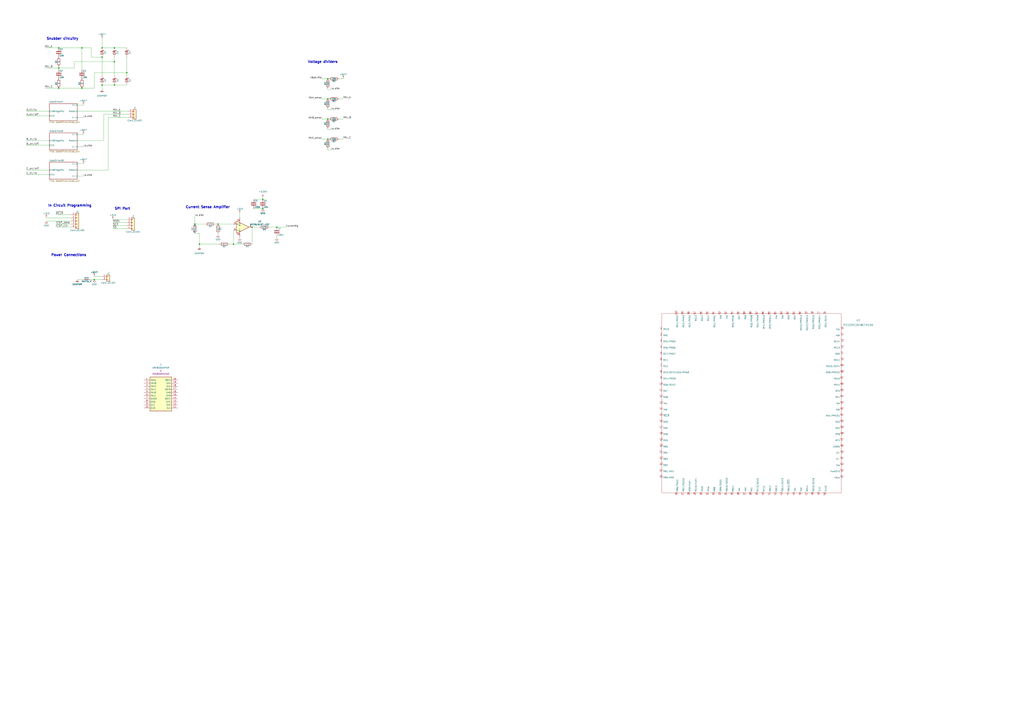
<source format=kicad_sch>
(kicad_sch (version 20211123) (generator eeschema)
  (paper "A1")
  (lib_symbols
    (symbol "AdmiralInstrLib:PIC32MZ2048EFM100" (pin_names (offset 1.016))
      (property "Reference" "U" (at 0 6.35 0))
      (property "Value" "PIC32MZ2048EFM100" (at 0 0 0))
      (symbol "PIC32MZ2048EFM100_0_1"
        (rectangle (start -73.66 69.85) (end 73.66 -77.47))
      )
      (symbol "PIC32MZ2048EFM100_1_1"
        (pin bidirectional line (at -74.93 57.15 0) (length 1.27) (name "RG15") (number "1"))
        (pin bidirectional line (at -74.93 11.43 0) (length 1.27) (name "RG6/SCK2") (number "10"))
        (pin bidirectional line (at -60.96 71.12 270) (length 1.27) (name "RE4/PMD4") (number "100"))
        (pin bidirectional line (at -74.93 6.35 0) (length 1.27) (name "RG7") (number "11"))
        (pin bidirectional line (at -74.93 1.27 0) (length 1.27) (name "RG8") (number "12"))
        (pin bidirectional line (at -74.93 -3.81 0) (length 1.27) (name "Vss") (number "13"))
        (pin bidirectional line (at -74.93 -8.89 0) (length 1.27) (name "Vdd") (number "14"))
        (pin bidirectional line (at -74.93 -13.97 0) (length 1.27) (name "~{MCLR}") (number "15"))
        (pin bidirectional line (at -74.93 -19.05 0) (length 1.27) (name "RG9") (number "16"))
        (pin bidirectional line (at -74.93 -24.13 0) (length 1.27) (name "RA0") (number "17"))
        (pin bidirectional line (at -74.93 -29.21 0) (length 1.27) (name "RE8") (number "18"))
        (pin bidirectional line (at -74.93 -34.29 0) (length 1.27) (name "RE9") (number "19"))
        (pin bidirectional line (at -74.93 52.07 0) (length 1.27) (name "RA5") (number "2"))
        (pin bidirectional line (at -74.93 -39.37 0) (length 1.27) (name "RB5") (number "20"))
        (pin bidirectional line (at -74.93 -44.45 0) (length 1.27) (name "RB4") (number "21"))
        (pin bidirectional line (at -74.93 -49.53 0) (length 1.27) (name "RB3") (number "22"))
        (pin bidirectional line (at -74.93 -54.61 0) (length 1.27) (name "RB2") (number "23"))
        (pin bidirectional line (at -74.93 -59.69 0) (length 1.27) (name "RB1/AN1") (number "24"))
        (pin bidirectional line (at -74.93 -64.77 0) (length 1.27) (name "RB0/AN0") (number "25"))
        (pin bidirectional line (at -60.96 -78.74 90) (length 1.27) (name "RB6/PGEC") (number "26"))
        (pin bidirectional line (at -55.88 -78.74 90) (length 1.27) (name "RB7/PGED2") (number "27"))
        (pin bidirectional line (at -50.8 -78.74 90) (length 1.27) (name "RA9/Vref-") (number "28"))
        (pin bidirectional line (at -45.72 -78.74 90) (length 1.27) (name "RA10/Vref+") (number "29"))
        (pin bidirectional line (at -74.93 46.99 0) (length 1.27) (name "RE5/PMD5") (number "3"))
        (pin bidirectional line (at -40.64 -78.74 90) (length 1.27) (name "AVdd") (number "30"))
        (pin bidirectional line (at -35.56 -78.74 90) (length 1.27) (name "AVss") (number "31"))
        (pin bidirectional line (at -30.48 -78.74 90) (length 1.27) (name "RB8") (number "32"))
        (pin bidirectional line (at -25.4 -78.74 90) (length 1.27) (name "RB9/SDO1") (number "33"))
        (pin bidirectional line (at -20.32 -78.74 90) (length 1.27) (name "RB10/SDO3") (number "34"))
        (pin bidirectional line (at -15.24 -78.74 90) (length 1.27) (name "RB11") (number "35"))
        (pin bidirectional line (at -10.16 -78.74 90) (length 1.27) (name "Vss") (number "36"))
        (pin bidirectional line (at -5.08 -78.74 90) (length 1.27) (name "Vdd") (number "37"))
        (pin bidirectional line (at 0 -78.74 90) (length 1.27) (name "RA1") (number "38"))
        (pin bidirectional line (at 5.08 -78.74 90) (length 1.27) (name "RF13/SCK5") (number "39"))
        (pin bidirectional line (at -74.93 41.91 0) (length 1.27) (name "RE6/PMD6") (number "4"))
        (pin bidirectional line (at 10.16 -78.74 90) (length 1.27) (name "RF12") (number "40"))
        (pin bidirectional line (at 15.24 -78.74 90) (length 1.27) (name "RB12") (number "41"))
        (pin bidirectional line (at 20.32 -78.74 90) (length 1.27) (name "RB13") (number "42"))
        (pin bidirectional line (at 25.4 -78.74 90) (length 1.27) (name "RB14/SCK3") (number "43"))
        (pin bidirectional line (at 30.48 -78.74 90) (length 1.27) (name "RB15/~{SS3}") (number "44"))
        (pin bidirectional line (at 35.56 -78.74 90) (length 1.27) (name "Vss") (number "45"))
        (pin bidirectional line (at 40.64 -78.74 90) (length 1.27) (name "Vdd") (number "46"))
        (pin bidirectional line (at 45.72 -78.74 90) (length 1.27) (name "RD14") (number "47"))
        (pin bidirectional line (at 50.8 -78.74 90) (length 1.27) (name "RD15/SCK6") (number "48"))
        (pin bidirectional line (at 55.88 -78.74 90) (length 1.27) (name "CLKI") (number "49"))
        (pin bidirectional line (at -74.93 36.83 0) (length 1.27) (name "RE7/PMD7") (number "5"))
        (pin bidirectional line (at 60.96 -78.74 90) (length 1.27) (name "CLKO") (number "50"))
        (pin bidirectional line (at 74.93 -64.77 180) (length 1.27) (name "Vbus") (number "51"))
        (pin bidirectional line (at 74.93 -59.69 180) (length 1.27) (name "Vusb3v3") (number "52"))
        (pin bidirectional line (at 74.93 -54.61 180) (length 1.27) (name "Vss") (number "53"))
        (pin bidirectional line (at 74.93 -49.53 180) (length 1.27) (name "D-") (number "54"))
        (pin bidirectional line (at 74.93 -44.45 180) (length 1.27) (name "D+") (number "55"))
        (pin bidirectional line (at 74.93 -39.37 180) (length 1.27) (name "USBid") (number "56"))
        (pin bidirectional line (at 74.93 -34.29 180) (length 1.27) (name "RF2") (number "57"))
        (pin bidirectional line (at 74.93 -29.21 180) (length 1.27) (name "RF8") (number "58"))
        (pin bidirectional line (at 74.93 -24.13 180) (length 1.27) (name "RA2") (number "59"))
        (pin bidirectional line (at -74.93 31.75 0) (length 1.27) (name "RC1") (number "6"))
        (pin bidirectional line (at 74.93 -19.05 180) (length 1.27) (name "RA3") (number "60"))
        (pin bidirectional line (at 74.93 -13.97 180) (length 1.27) (name "RA4/PMCS1") (number "61"))
        (pin bidirectional line (at 74.93 -8.89 180) (length 1.27) (name "Vdd") (number "62"))
        (pin bidirectional line (at 74.93 -3.81 180) (length 1.27) (name "Vss") (number "63"))
        (pin bidirectional line (at 74.93 1.27 180) (length 1.27) (name "RF4") (number "64"))
        (pin bidirectional line (at 74.93 6.35 180) (length 1.27) (name "RF5") (number "65"))
        (pin bidirectional line (at 74.93 11.43 180) (length 1.27) (name "RA14") (number "66"))
        (pin bidirectional line (at 74.93 16.51 180) (length 1.27) (name "RA15") (number "67"))
        (pin bidirectional line (at 74.93 21.59 180) (length 1.27) (name "RD9/PMCS2") (number "68"))
        (pin bidirectional line (at 74.93 26.67 180) (length 1.27) (name "RD10/SCK4") (number "69"))
        (pin bidirectional line (at -74.93 26.67 0) (length 1.27) (name "RC2") (number "7"))
        (pin bidirectional line (at 74.93 31.75 180) (length 1.27) (name "RD11") (number "70"))
        (pin bidirectional line (at 74.93 36.83 180) (length 1.27) (name "RD0") (number "71"))
        (pin bidirectional line (at 74.93 41.91 180) (length 1.27) (name "RC13") (number "72"))
        (pin bidirectional line (at 74.93 46.99 180) (length 1.27) (name "RC14") (number "73"))
        (pin bidirectional line (at 74.93 52.07 180) (length 1.27) (name "Vdd") (number "74"))
        (pin bidirectional line (at 74.93 57.15 180) (length 1.27) (name "Vss") (number "75"))
        (pin bidirectional line (at 60.96 71.12 270) (length 1.27) (name "RD1/SCK1") (number "76"))
        (pin bidirectional line (at 55.88 71.12 270) (length 1.27) (name "RD2/PMD14") (number "77"))
        (pin bidirectional line (at 50.8 71.12 270) (length 1.27) (name "RD3/PMD15") (number "78"))
        (pin bidirectional line (at 45.72 71.12 270) (length 1.27) (name "RD12/PMD12") (number "79"))
        (pin bidirectional line (at -74.93 21.59 0) (length 1.27) (name "RC3/REFCLK03/PMWR") (number "8"))
        (pin bidirectional line (at 40.64 71.12 270) (length 1.27) (name "RD13/PMD13") (number "80"))
        (pin bidirectional line (at 35.56 71.12 270) (length 1.27) (name "RD4") (number "81"))
        (pin bidirectional line (at 30.48 71.12 270) (length 1.27) (name "RD5") (number "82"))
        (pin bidirectional line (at 25.4 71.12 270) (length 1.27) (name "Vdd") (number "83"))
        (pin bidirectional line (at 20.32 71.12 270) (length 1.27) (name "Vss") (number "84"))
        (pin bidirectional line (at 15.24 71.12 270) (length 1.27) (name "RF0/PMD11") (number "85"))
        (pin bidirectional line (at 10.16 71.12 270) (length 1.27) (name "RF1/PMD10") (number "86"))
        (pin bidirectional line (at 5.08 71.12 270) (length 1.27) (name "RG1/PMD9") (number "87"))
        (pin bidirectional line (at 0 71.12 270) (length 1.27) (name "RG0/PMD8") (number "88"))
        (pin bidirectional line (at -5.08 71.12 270) (length 1.27) (name "RA6") (number "89"))
        (pin bidirectional line (at -74.93 16.51 0) (length 1.27) (name "RC4/PMRD") (number "9"))
        (pin bidirectional line (at -10.16 71.12 270) (length 1.27) (name "RA7") (number "90"))
        (pin bidirectional line (at -15.24 71.12 270) (length 1.27) (name "RE0/PMD0") (number "91"))
        (pin bidirectional line (at -20.32 71.12 270) (length 1.27) (name "Vss") (number "92"))
        (pin bidirectional line (at -25.4 71.12 270) (length 1.27) (name "Vdd") (number "93"))
        (pin bidirectional line (at -30.48 71.12 270) (length 1.27) (name "RE1/PMD1") (number "94"))
        (pin bidirectional line (at -35.56 71.12 270) (length 1.27) (name "RG14") (number "95"))
        (pin bidirectional line (at -40.64 71.12 270) (length 1.27) (name "RG12") (number "96"))
        (pin bidirectional line (at -45.72 71.12 270) (length 1.27) (name "RG13") (number "97"))
        (pin bidirectional line (at -50.8 71.12 270) (length 1.27) (name "RE2/PMD2") (number "98"))
        (pin bidirectional line (at -55.88 71.12 270) (length 1.27) (name "RE3/PMD3") (number "99"))
      )
    )
    (symbol "Amplifier_Operational:MCP6L91RT-EOT" (pin_names (offset 0.127))
      (property "Reference" "U" (at 0 5.08 0))
      (property "Value" "MCP6L91RT-EOT" (at 0 -5.08 0))
      (symbol "MCP6L91RT-EOT_0_1"
        (polyline (pts (xy -5.08 5.08) (xy 5.08 0) (xy -5.08 -5.08) (xy -5.08 5.08)) (stroke (width 0.254)) (fill (type background)))
        (pin power_in line (at -2.54 7.62 270) (length 3.81) (name "V+") (number "2"))
        (pin power_in line (at -2.54 -7.62 90) (length 3.81) (name "V-") (number "5"))
      )
      (symbol "MCP6L91RT-EOT_1_1"
        (pin output line (at 7.62 0 180) (length 2.54) (name "~") (number "1"))
        (pin input line (at -7.62 2.54 0) (length 2.54) (name "+") (number "3"))
        (pin input line (at -7.62 -2.54 0) (length 2.54) (name "-") (number "4"))
      )
    )
    (symbol "Connector_Generic:Conn_01x02" (pin_names (offset 1.016) hide)
      (property "Reference" "J" (at 0 2.54 0))
      (property "Value" "Conn_01x02" (at 0 -5.08 0))
      (symbol "Conn_01x02_1_1"
        (rectangle (start -1.27 -2.413) (end 0 -2.667) (stroke (width 0.1524)))
        (rectangle (start -1.27 0.127) (end 0 -0.127) (stroke (width 0.1524)))
        (rectangle (start -1.27 1.27) (end 1.27 -3.81) (stroke (width 0.254)) (fill (type background)))
        (pin passive line (at -5.08 0 0) (length 3.81) (name "Pin_1") (number "1"))
        (pin passive line (at -5.08 -2.54 0) (length 3.81) (name "Pin_2") (number "2"))
      )
    )
    (symbol "Connector_Generic:Conn_01x03" (pin_names (offset 1.016) hide)
      (property "Reference" "J" (at 0 5.08 0))
      (property "Value" "Conn_01x03" (at 0 -5.08 0))
      (symbol "Conn_01x03_1_1"
        (rectangle (start -1.27 -2.413) (end 0 -2.667) (stroke (width 0.1524)))
        (rectangle (start -1.27 0.127) (end 0 -0.127) (stroke (width 0.1524)))
        (rectangle (start -1.27 2.667) (end 0 2.413) (stroke (width 0.1524)))
        (rectangle (start -1.27 3.81) (end 1.27 -3.81) (stroke (width 0.254)) (fill (type background)))
        (pin passive line (at -5.08 2.54 0) (length 3.81) (name "Pin_1") (number "1"))
        (pin passive line (at -5.08 0 0) (length 3.81) (name "Pin_2") (number "2"))
        (pin passive line (at -5.08 -2.54 0) (length 3.81) (name "Pin_3") (number "3"))
      )
    )
    (symbol "Connector_Generic:Conn_01x04" (pin_names (offset 1.016) hide)
      (property "Reference" "J" (at 0 5.08 0))
      (property "Value" "Conn_01x04" (at 0 -7.62 0))
      (symbol "Conn_01x04_1_1"
        (rectangle (start -1.27 -4.953) (end 0 -5.207) (stroke (width 0.1524)))
        (rectangle (start -1.27 -2.413) (end 0 -2.667) (stroke (width 0.1524)))
        (rectangle (start -1.27 0.127) (end 0 -0.127) (stroke (width 0.1524)))
        (rectangle (start -1.27 2.667) (end 0 2.413) (stroke (width 0.1524)))
        (rectangle (start -1.27 3.81) (end 1.27 -6.35) (stroke (width 0.254)) (fill (type background)))
        (pin passive line (at -5.08 2.54 0) (length 3.81) (name "Pin_1") (number "1"))
        (pin passive line (at -5.08 0 0) (length 3.81) (name "Pin_2") (number "2"))
        (pin passive line (at -5.08 -2.54 0) (length 3.81) (name "Pin_3") (number "3"))
        (pin passive line (at -5.08 -5.08 0) (length 3.81) (name "Pin_4") (number "4"))
      )
    )
    (symbol "Connector_Generic:Conn_01x05" (pin_names (offset 1.016) hide)
      (property "Reference" "J" (at 0 7.62 0))
      (property "Value" "Conn_01x05" (at 0 -7.62 0))
      (symbol "Conn_01x05_1_1"
        (rectangle (start -1.27 -4.953) (end 0 -5.207) (stroke (width 0.1524)))
        (rectangle (start -1.27 -2.413) (end 0 -2.667) (stroke (width 0.1524)))
        (rectangle (start -1.27 0.127) (end 0 -0.127) (stroke (width 0.1524)))
        (rectangle (start -1.27 2.667) (end 0 2.413) (stroke (width 0.1524)))
        (rectangle (start -1.27 5.207) (end 0 4.953) (stroke (width 0.1524)))
        (rectangle (start -1.27 6.35) (end 1.27 -6.35) (stroke (width 0.254)) (fill (type background)))
        (pin passive line (at -5.08 5.08 0) (length 3.81) (name "Pin_1") (number "1"))
        (pin passive line (at -5.08 2.54 0) (length 3.81) (name "Pin_2") (number "2"))
        (pin passive line (at -5.08 0 0) (length 3.81) (name "Pin_3") (number "3"))
        (pin passive line (at -5.08 -2.54 0) (length 3.81) (name "Pin_4") (number "4"))
        (pin passive line (at -5.08 -5.08 0) (length 3.81) (name "Pin_5") (number "5"))
      )
    )
    (symbol "DRV8300N:DRV8300NPWR"
      (property "Value" "DRV8300NPWR" (at 0 0 0))
      (property "Reference_1" "IC" (at 24.13 7.62 0))
      (property "Value_1" "DRV8300NPWR" (at 24.13 5.08 0))
      (symbol "DRV8300NPWR_1_1"
        (rectangle (start 5.08 2.54) (end 22.86 -25.4) (stroke (width 0.254)) (fill (type background)))
        (pin passive line (at 0 0 0) (length 5.08) (name "INHA") (number "1"))
        (pin passive line (at 0 -22.86 0) (length 5.08) (name "GLB") (number "10"))
        (pin passive line (at 27.94 -22.86 180) (length 5.08) (name "GLA") (number "11"))
        (pin passive line (at 27.94 -20.32 180) (length 5.08) (name "SHC") (number "12"))
        (pin passive line (at 27.94 -17.78 180) (length 5.08) (name "GHC") (number "13"))
        (pin passive line (at 27.94 -15.24 180) (length 5.08) (name "BSTC") (number "14"))
        (pin passive line (at 27.94 -12.7 180) (length 5.08) (name "SHB") (number "15"))
        (pin passive line (at 27.94 -10.16 180) (length 5.08) (name "GHB") (number "16"))
        (pin passive line (at 27.94 -7.62 180) (length 5.08) (name "BSTB") (number "17"))
        (pin passive line (at 27.94 -5.08 180) (length 5.08) (name "SHA") (number "18"))
        (pin passive line (at 27.94 -2.54 180) (length 5.08) (name "GHA") (number "19"))
        (pin passive line (at 0 -2.54 0) (length 5.08) (name "INHB") (number "2"))
        (pin passive line (at 27.94 0 180) (length 5.08) (name "BSTA") (number "20"))
        (pin passive line (at 0 -5.08 0) (length 5.08) (name "INHC") (number "3"))
        (pin passive line (at 0 -7.62 0) (length 5.08) (name "INLA") (number "4"))
        (pin passive line (at 0 -10.16 0) (length 5.08) (name "INLB") (number "5"))
        (pin passive line (at 0 -12.7 0) (length 5.08) (name "INLC") (number "6"))
        (pin passive line (at 0 -15.24 0) (length 5.08) (name "GVDD") (number "7"))
        (pin passive line (at 0 -17.78 0) (length 5.08) (name "GND") (number "8"))
        (pin passive line (at 0 -20.32 0) (length 5.08) (name "GLC") (number "9"))
      )
    )
    (symbol "Device:C" (pin_numbers hide) (pin_names (offset 0.254))
      (property "Reference" "C" (at 0.635 2.54 0))
      (property "Value" "C" (at 0.635 -2.54 0))
      (symbol "C_0_1"
        (polyline (pts (xy -2.032 -0.762) (xy 2.032 -0.762)) (stroke (width 0.508)))
        (polyline (pts (xy -2.032 0.762) (xy 2.032 0.762)) (stroke (width 0.508)))
      )
      (symbol "C_1_1"
        (pin passive line (at 0 3.81 270) (length 2.794) (name "~") (number "1"))
        (pin passive line (at 0 -3.81 90) (length 2.794) (name "~") (number "2"))
      )
    )
    (symbol "Device:D_Schottky" (pin_numbers hide) (pin_names (offset 1.016) hide)
      (property "Reference" "D" (at 0 2.54 0))
      (property "Value" "D_Schottky" (at 0 -2.54 0))
      (symbol "D_Schottky_0_1"
        (polyline (pts (xy 1.27 0) (xy -1.27 0)))
        (polyline (pts (xy 1.27 1.27) (xy 1.27 -1.27) (xy -1.27 0) (xy 1.27 1.27)) (stroke (width 0.254)))
        (polyline (pts (xy -1.905 0.635) (xy -1.905 1.27) (xy -1.27 1.27) (xy -1.27 -1.27) (xy -0.635 -1.27) (xy -0.635 -0.635)) (stroke (width 0.254)))
      )
      (symbol "D_Schottky_1_1"
        (pin passive line (at -3.81 0 0) (length 2.54) (name "K") (number "1"))
        (pin passive line (at 3.81 0 180) (length 2.54) (name "A") (number "2"))
      )
    )
    (symbol "Device:NetTie_2" (pin_numbers hide) (pin_names (offset 0) hide)
      (property "Reference" "NT" (at 0 1.27 0))
      (property "Value" "NetTie_2" (at 0 -1.27 0))
      (symbol "NetTie_2_0_1"
        (polyline (pts (xy -1.27 0) (xy 1.27 0)) (stroke (width 0.254)))
      )
      (symbol "NetTie_2_1_1"
        (pin passive line (at -2.54 0 0) (length 2.54) (name "1") (number "1"))
        (pin passive line (at 2.54 0 180) (length 2.54) (name "2") (number "2"))
      )
    )
    (symbol "Device:R" (pin_numbers hide) (pin_names (offset 0))
      (property "Reference" "R" (at 2.032 0 90))
      (property "Value" "R" (at 0 0 90))
      (symbol "R_0_1"
        (rectangle (start -1.016 -2.54) (end 1.016 2.54) (stroke (width 0.254)))
      )
      (symbol "R_1_1"
        (pin passive line (at 0 3.81 270) (length 1.27) (name "~") (number "1"))
        (pin passive line (at 0 -3.81 90) (length 1.27) (name "~") (number "2"))
      )
    )
    (symbol "power:+3.3V" (power) (pin_names (offset 0))
      (property "Value" "+3.3V" (at 0 3.556 0))
      (symbol "+3.3V_0_1"
        (polyline (pts (xy -0.762 1.27) (xy 0 2.54)))
        (polyline (pts (xy 0 0) (xy 0 2.54)))
        (polyline (pts (xy 0 2.54) (xy 0.762 1.27)))
      )
      (symbol "+3.3V_1_1"
        (pin power_in line (at 0 0 90) (length 0) hide (name "+3V3") (number "1"))
      )
    )
    (symbol "power:+3.3VA" (power) (pin_names (offset 0))
      (property "Value" "+3.3VA" (at 0 3.556 0))
      (symbol "+3.3VA_0_1"
        (polyline (pts (xy -0.762 1.27) (xy 0 2.54)))
        (polyline (pts (xy 0 0) (xy 0 2.54)))
        (polyline (pts (xy 0 2.54) (xy 0.762 1.27)))
      )
      (symbol "+3.3VA_1_1"
        (pin power_in line (at 0 0 90) (length 0) hide (name "+3.3VA") (number "1"))
      )
    )
    (symbol "power:+BATT" (power) (pin_names (offset 0))
      (property "Value" "+BATT" (at 0 3.556 0))
      (symbol "+BATT_0_1"
        (polyline (pts (xy -0.762 1.27) (xy 0 2.54)))
        (polyline (pts (xy 0 0) (xy 0 2.54)))
        (polyline (pts (xy 0 2.54) (xy 0.762 1.27)))
      )
      (symbol "+BATT_1_1"
        (pin power_in line (at 0 0 90) (length 0) hide (name "+BATT") (number "1"))
      )
    )
    (symbol "power:GND" (power) (pin_names (offset 0))
      (property "Value" "GND" (at 0 -3.81 0))
      (symbol "GND_0_1"
        (polyline (pts (xy 0 0) (xy 0 -1.27) (xy 1.27 -1.27) (xy 0 -2.54) (xy -1.27 -1.27) (xy 0 -1.27)))
      )
      (symbol "GND_1_1"
        (pin power_in line (at 0 0 270) (length 0) hide (name "GND") (number "1"))
      )
    )
    (symbol "power:GNDPWR" (power) (pin_names (offset 0))
      (property "Value" "GNDPWR" (at 0 -3.302 0))
      (symbol "GNDPWR_0_1"
        (polyline (pts (xy 0 -1.27) (xy 0 0)))
        (polyline (pts (xy -1.016 -1.27) (xy -1.27 -2.032) (xy -1.27 -2.032)) (stroke (width 0.2032)))
        (polyline (pts (xy -0.508 -1.27) (xy -0.762 -2.032) (xy -0.762 -2.032)) (stroke (width 0.2032)))
        (polyline (pts (xy 0 -1.27) (xy -0.254 -2.032) (xy -0.254 -2.032)) (stroke (width 0.2032)))
        (polyline (pts (xy 0.508 -1.27) (xy 0.254 -2.032) (xy 0.254 -2.032)) (stroke (width 0.2032)))
        (polyline (pts (xy 1.016 -1.27) (xy -1.016 -1.27) (xy -1.016 -1.27)) (stroke (width 0.2032)))
        (polyline (pts (xy 1.016 -1.27) (xy 0.762 -2.032) (xy 0.762 -2.032) (xy 0.762 -2.032)) (stroke (width 0.2032)))
      )
      (symbol "GNDPWR_1_1"
        (pin power_in line (at 0 0 270) (length 0) hide (name "GNDPWR") (number "1"))
      )
    )
  )
  (junction (at 269.24 81.28))
  (junction (at 191.77 200.66))
  (junction (at 215.9 171.45))
  (junction (at 48.26 39.37))
  (junction (at 93.98 39.37))
  (junction (at 83.82 46.99))
  (junction (at 93.98 50.8))
  (junction (at 48.26 72.39))
  (junction (at 67.31 72.39))
  (junction (at 104.14 59.69))
  (junction (at 207.01 186.69))
  (junction (at 227.33 186.69))
  (junction (at 163.83 200.66))
  (junction (at 215.9 163.83))
  (junction (at 269.24 114.3))
  (junction (at 67.31 39.37))
  (junction (at 179.07 184.15))
  (junction (at 77.47 229.87))
  (junction (at 269.24 64.77))
  (junction (at 93.98 69.85))
  (junction (at 83.82 69.85))
  (junction (at 48.26 55.88))
  (junction (at 83.82 39.37))
  (junction (at 269.24 97.79))
  (junction (at 160.02 184.15))
  (wire (pts (xy 278.13 81.28) (xy 281.94 81.28)))
  (wire (pts (xy 63.5 110.49) (xy 68.58 110.49)))
  (wire (pts (xy 269.24 88.9) (xy 269.24 90.17)))
  (wire (pts (xy 74.93 46.99) (xy 83.82 46.99)))
  (wire (pts (xy 63.5 139.7) (xy 88.9 139.7)))
  (wire (pts (xy 58.42 184.15) (xy 45.72 184.15)))
  (wire (pts (xy 278.13 64.77) (xy 281.94 64.77)))
  (wire (pts (xy 264.16 64.77) (xy 269.24 64.77)))
  (wire (pts (xy 21.59 91.44) (xy 40.64 91.44)))
  (wire (pts (xy 191.77 189.23) (xy 191.77 200.66)))
  (wire (pts (xy 48.26 55.88) (xy 36.83 55.88)))
  (wire (pts (xy 92.71 180.34) (xy 104.14 180.34)))
  (wire (pts (xy 63.5 144.78) (xy 68.58 144.78)))
  (wire (pts (xy 85.09 93.98) (xy 105.41 93.98)))
  (wire (pts (xy 269.24 121.92) (xy 269.24 123.19)))
  (wire (pts (xy 269.24 73.66) (xy 271.78 73.66)))
  (wire (pts (xy 264.16 97.79) (xy 269.24 97.79)))
  (wire (pts (xy 269.24 90.17) (xy 271.78 90.17)))
  (wire (pts (xy 179.07 191.77) (xy 179.07 193.04)))
  (wire (pts (xy 83.82 39.37) (xy 93.98 39.37)))
  (wire (pts (xy 88.9 139.7) (xy 88.9 96.52)))
  (wire (pts (xy 40.64 95.25) (xy 21.59 95.25)))
  (wire (pts (xy 104.14 46.99) (xy 104.14 59.69)))
  (wire (pts (xy 48.26 39.37) (xy 67.31 39.37)))
  (wire (pts (xy 104.14 187.96) (xy 92.71 187.96)))
  (wire (pts (xy 220.98 186.69) (xy 227.33 186.69)))
  (wire (pts (xy 74.93 39.37) (xy 74.93 46.99)))
  (wire (pts (xy 58.42 181.61) (xy 38.1 181.61)))
  (wire (pts (xy 264.16 114.3) (xy 269.24 114.3)))
  (wire (pts (xy 269.24 105.41) (xy 269.24 106.68)))
  (wire (pts (xy 58.42 176.53) (xy 45.72 176.53)))
  (wire (pts (xy 208.28 163.83) (xy 215.9 163.83)))
  (wire (pts (xy 67.31 39.37) (xy 74.93 39.37)))
  (wire (pts (xy 63.5 229.87) (xy 68.58 229.87)))
  (wire (pts (xy 163.83 191.77) (xy 160.02 191.77)))
  (wire (pts (xy 21.59 139.7) (xy 40.64 139.7)))
  (wire (pts (xy 278.13 114.3) (xy 281.94 114.3)))
  (wire (pts (xy 83.82 31.75) (xy 83.82 39.37)))
  (wire (pts (xy 48.26 54.61) (xy 48.26 55.88)))
  (wire (pts (xy 73.66 229.87) (xy 77.47 229.87)))
  (wire (pts (xy 48.26 72.39) (xy 67.31 72.39)))
  (wire (pts (xy 196.85 194.31) (xy 196.85 195.58)))
  (wire (pts (xy 83.82 69.85) (xy 83.82 73.66)))
  (wire (pts (xy 269.24 114.3) (xy 270.51 114.3)))
  (wire (pts (xy 21.59 143.51) (xy 40.64 143.51)))
  (wire (pts (xy 163.83 200.66) (xy 163.83 191.77)))
  (wire (pts (xy 104.14 59.69) (xy 104.14 62.23)))
  (wire (pts (xy 227.33 194.31) (xy 227.33 195.58)))
  (wire (pts (xy 179.07 184.15) (xy 191.77 184.15)))
  (wire (pts (xy 180.34 200.66) (xy 163.83 200.66)))
  (wire (pts (xy 93.98 50.8) (xy 93.98 62.23)))
  (wire (pts (xy 77.47 227.33) (xy 83.82 227.33)))
  (wire (pts (xy 93.98 46.99) (xy 93.98 50.8)))
  (wire (pts (xy 67.31 39.37) (xy 67.31 57.15)))
  (wire (pts (xy 21.59 119.38) (xy 40.64 119.38)))
  (wire (pts (xy 63.5 120.65) (xy 68.58 120.65)))
  (wire (pts (xy 269.24 97.79) (xy 270.51 97.79)))
  (wire (pts (xy 207.01 186.69) (xy 207.01 200.66)))
  (wire (pts (xy 278.13 97.79) (xy 281.94 97.79)))
  (wire (pts (xy 187.96 200.66) (xy 191.77 200.66)))
  (wire (pts (xy 93.98 69.85) (xy 104.14 69.85)))
  (wire (pts (xy 269.24 81.28) (xy 270.51 81.28)))
  (wire (pts (xy 58.42 179.07) (xy 38.1 179.07)))
  (wire (pts (xy 92.71 185.42) (xy 104.14 185.42)))
  (wire (pts (xy 60.96 50.8) (xy 93.98 50.8)))
  (wire (pts (xy 36.83 72.39) (xy 48.26 72.39)))
  (wire (pts (xy 77.47 72.39) (xy 77.47 59.69)))
  (wire (pts (xy 63.5 96.52) (xy 68.58 96.52)))
  (wire (pts (xy 269.24 106.68) (xy 271.78 106.68)))
  (wire (pts (xy 85.09 115.57) (xy 85.09 93.98)))
  (wire (pts (xy 207.01 186.69) (xy 213.36 186.69)))
  (wire (pts (xy 160.02 177.8) (xy 160.02 184.15)))
  (wire (pts (xy 160.02 184.15) (xy 168.91 184.15)))
  (wire (pts (xy 63.5 134.62) (xy 68.58 134.62)))
  (wire (pts (xy 191.77 200.66) (xy 199.39 200.66)))
  (wire (pts (xy 63.5 91.44) (xy 105.41 91.44)))
  (wire (pts (xy 83.82 229.87) (xy 77.47 229.87)))
  (wire (pts (xy 269.24 64.77) (xy 270.51 64.77)))
  (wire (pts (xy 215.9 162.56) (xy 215.9 163.83)))
  (wire (pts (xy 227.33 186.69) (xy 234.95 186.69)))
  (wire (pts (xy 208.28 171.45) (xy 215.9 171.45)))
  (wire (pts (xy 60.96 55.88) (xy 60.96 50.8)))
  (wire (pts (xy 163.83 200.66) (xy 163.83 203.2)))
  (wire (pts (xy 21.59 115.57) (xy 40.64 115.57)))
  (wire (pts (xy 269.24 72.39) (xy 269.24 73.66)))
  (wire (pts (xy 176.53 184.15) (xy 179.07 184.15)))
  (wire (pts (xy 83.82 69.85) (xy 93.98 69.85)))
  (wire (pts (xy 196.85 175.26) (xy 196.85 179.07)))
  (wire (pts (xy 83.82 46.99) (xy 83.82 62.23)))
  (wire (pts (xy 36.83 39.37) (xy 48.26 39.37)))
  (wire (pts (xy 93.98 39.37) (xy 104.14 39.37)))
  (wire (pts (xy 104.14 182.88) (xy 92.71 182.88)))
  (wire (pts (xy 63.5 115.57) (xy 85.09 115.57)))
  (wire (pts (xy 63.5 86.36) (xy 68.58 86.36)))
  (wire (pts (xy 88.9 96.52) (xy 105.41 96.52)))
  (wire (pts (xy 48.26 55.88) (xy 60.96 55.88)))
  (wire (pts (xy 48.26 55.88) (xy 48.26 57.15)))
  (wire (pts (xy 58.42 186.69) (xy 45.72 186.69)))
  (wire (pts (xy 67.31 72.39) (xy 77.47 72.39)))
  (wire (pts (xy 77.47 59.69) (xy 104.14 59.69)))
  (wire (pts (xy 264.16 81.28) (xy 269.24 81.28)))
  (wire (pts (xy 269.24 123.19) (xy 271.78 123.19)))
  (text "Current Sense Amplifier" (at 152.4 171.45 0) (effects (font (size 2 2) (thickness 0.4013) bold) (justify left bottom)))
  (text "Voltage dividers" (at 252.73 52.07 0) (effects (font (size 2 2) (thickness 0.4013) bold) (justify left bottom)))
  (text "Snubber circuitry" (at 38.1 33.02 0) (effects (font (size 2 2) (thickness 0.4013) bold) (justify left bottom)))
  (text "SPI Port" (at 93.98 172.72 0) (effects (font (size 2 2) (thickness 0.4013) bold) (justify left bottom)))
  (text "Power Connections" (at 41.91 210.82 0) (effects (font (size 2 2) (thickness 0.4013) bold) (justify left bottom)))
  (text "In Circuit Programming" (at 39.37 170.18 0) (effects (font (size 2 2) (thickness 0.4013) bold) (justify left bottom)))
  (label "A_on/off" (at 21.59 95.25 0) (effects (font (size 1.524 1.524))))
  (label "Mtr_B" (at 92.71 93.98 0) (effects (font (size 1.524 1.524))))
  (label "SCK" (at 92.71 185.42 0) (effects (font (size 1.524 1.524))))
  (label "A_hi/lo" (at 21.59 91.44 0) (effects (font (size 1.524 1.524))))
  (label "VBatt_Mid" (at 264.16 64.77 180))
  (label "Lo_side" (at 271.78 106.68 0))
  (label "Lo_side" (at 271.78 73.66 0))
  (label "Mtr_C" (at 36.83 72.39 0) (effects (font (size 1.524 1.524))))
  (label "Lo_side" (at 68.58 144.78 0))
  (label "Mtr_A" (at 92.71 91.44 0) (effects (font (size 1.524 1.524))))
  (label "Lo_side" (at 271.78 123.19 0))
  (label "Mtr_A" (at 36.83 39.37 0) (effects (font (size 1.524 1.524))))
  (label "ICSP_clk" (at 45.72 186.69 0) (effects (font (size 1.524 1.524))))
  (label "Mtr_C" (at 92.71 96.52 0) (effects (font (size 1.524 1.524))))
  (label "Lo_side" (at 160.02 177.8 0))
  (label "C_hi/lo" (at 21.59 143.51 0) (effects (font (size 1.524 1.524))))
  (label "B_hi/lo" (at 21.59 115.57 0) (effects (font (size 1.524 1.524))))
  (label "CurrentSig" (at 234.95 186.69 0))
  (label "MOSI" (at 92.71 182.88 0) (effects (font (size 1.524 1.524))))
  (label "Mtr_C" (at 281.94 114.3 0) (effects (font (size 1.524 1.524))))
  (label "MtrA_sense" (at 264.16 81.28 180))
  (label "Lo_side" (at 68.58 96.52 0))
  (label "C_on/off" (at 21.59 139.7 0) (effects (font (size 1.524 1.524))))
  (label "Lo_side" (at 271.78 90.17 0))
  (label "Lo_side" (at 68.58 120.65 0))
  (label "~{MCLR}" (at 45.72 176.53 0) (effects (font (size 1.524 1.524))))
  (label "Mtr_B" (at 281.94 97.79 0) (effects (font (size 1.524 1.524))))
  (label "~{SS}" (at 92.71 187.96 0) (effects (font (size 1.524 1.524))))
  (label "Mtr_A" (at 281.94 81.28 0) (effects (font (size 1.524 1.524))))
  (label "ICSP_data" (at 45.72 184.15 0) (effects (font (size 1.524 1.524))))
  (label "MtrB_sense" (at 264.16 97.79 180))
  (label "MtrC_sense" (at 264.16 114.3 180))
  (label "B_on/off" (at 21.59 119.38 0) (effects (font (size 1.524 1.524))))
  (label "Mtr_B" (at 36.83 55.88 0) (effects (font (size 1.524 1.524))))
  (symbol (lib_id "power:GND") (at 215.9 171.45 0) (unit 1)
    (property "Reference" "#PWR?" (effects hide))
    (property "Value" "GND" (at 215.9 175.26 0))
  )
  (symbol (lib_id "Device:R") (at 217.17 186.69 270) (unit 1)
    (property "Reference" "R?" (at 217.17 188.722 90))
    (property "Value" "47k" (at 217.17 186.69 90))
  )
  (symbol (lib_id "Device:D_Schottky") (at 93.98 66.04 270) (unit 1)
    (property "Reference" "D?" (at 96.52 66.04 0))
    (property "Value" "D_Schottky" (effects hide))
    (property "Footprint" "Diodes_SMD:D_0603" (effects hide))
  )
  (symbol (lib_id "Device:R") (at 274.32 97.79 270) (unit 1)
    (property "Reference" "R?" (at 274.32 99.822 90))
    (property "Value" "10k" (at 274.32 97.79 90))
    (property "Footprint" "Resistors_SMD:R_0603_HandSoldering" (effects hide))
  )
  (symbol (lib_id "Connector_Generic:Conn_01x05") (at 63.5 181.61 0) (unit 1)
    (property "Reference" "J?" (at 63.5 173.99 0))
    (property "Value" "Conn_01x05" (at 63.5 189.23 0))
    (property "Footprint" "ESC_footprints:Male_header_pins_1x5" (effects hide))
  )
  (symbol (lib_id "power:+BATT") (at 68.58 86.36 0) (unit 1)
    (property "Reference" "#PWR?" (effects hide))
    (property "Value" "+BATT" (at 68.58 82.804 0))
  )
  (symbol (lib_id "power:GNDPWR") (at 163.83 203.2 0) (unit 1)
    (property "Reference" "#PWR?" (effects hide))
    (property "Value" "GNDPWR" (at 163.703 208.28 0))
  )
  (symbol (lib_id "power:GNDPWR") (at 63.5 229.87 0) (unit 1)
    (property "Reference" "#PWR?" (effects hide))
    (property "Value" "GNDPWR" (at 63.5 233.68 0))
  )
  (symbol (lib_id "Device:R") (at 184.15 200.66 270) (unit 1)
    (property "Reference" "R?" (at 184.15 202.692 90))
    (property "Value" "4k7" (at 184.15 200.66 90))
  )
  (symbol (lib_id "DRV8300N:DRV8300NPWR") (at 118.11 312.42 0) (unit 1)
    (property "Reference" "?" (at 132.08 299.72 0))
    (property "Value" "DRV8300NPWR" (at 132.08 302.26 0))
    (property "Reference_1" "IC" (at 132.08 304.8 0))
    (property "Value_1" "DRV8300NPWR" (at 132.08 307.34 0))
    (property "Footprint_1" "SOP65P640X120-20N" (effects hide))
    (property "Datasheet_1" "https://www.ti.com/lit/ds/symlink/drv8300.pdf?ts=1618909330378&ref_url=https%253A%252F%252Fwww.ti.com%252Fproduct%252FDRV8300" (effects hide))
    (property "Height" "1.2" (effects hide))
    (property "Manufacturer_Name" "Texas Instruments" (effects hide))
    (property "Manufacturer_Part_Number" "DRV8300NPWR" (effects hide))
    (property "Mouser Part Number" "595-DRV8300NPWR" (effects hide))
    (property "Mouser Price/Stock" "https://www.mouser.co.uk/ProductDetail/Texas-Instruments/DRV8300NPWR?qs=CiayqK2gdcI9ANz6hCwg9g%3D%3D" (effects hide))
    (property "Arrow Part Number" "DRV8300NPWR" (effects hide))
    (property "Arrow Price/Stock" "https://www.arrow.com/en/products/drv8300npwr/texas-instruments?region=nac" (effects hide))
  )
  (symbol (lib_id "Device:R") (at 269.24 118.11 180) (unit 1)
    (property "Reference" "R?" (at 267.208 118.11 90))
    (property "Value" "1k3" (at 269.24 118.11 90))
    (property "Footprint" "Resistors_SMD:R_0603_HandSoldering" (effects hide))
  )
  (symbol (lib_id "Device:R") (at 172.72 184.15 270) (unit 1)
    (property "Reference" "R?" (at 172.72 186.182 90))
    (property "Value" "47k" (at 172.72 184.15 90))
  )
  (symbol (lib_id "Device:C") (at 48.26 43.18 0) (unit 1)
    (property "Reference" "C?" (at 48.895 40.64 0) (effects (justify left)))
    (property "Value" "10n" (at 48.895 45.72 0) (effects (justify left)))
    (property "Footprint" "Capacitors_SMD:C_0603_HandSoldering" (effects hide))
  )
  (symbol (lib_id "Device:C") (at 208.28 167.64 0) (unit 1)
    (property "Reference" "C?" (at 208.915 165.1 0) (effects (justify left)))
    (property "Value" "100n" (at 208.915 170.18 0) (effects (justify left)))
    (property "Footprint" "Capacitors_SMD:C_0603_HandSoldering" (effects hide))
  )
  (symbol (lib_id "Device:R") (at 203.2 200.66 270) (unit 1)
    (property "Reference" "R?" (at 203.2 202.692 90))
    (property "Value" "47k" (at 203.2 200.66 90))
  )
  (symbol (lib_id "Device:R") (at 269.24 85.09 180) (unit 1)
    (property "Reference" "R?" (at 267.208 85.09 90))
    (property "Value" "1k3" (at 269.24 85.09 90))
    (property "Footprint" "Resistors_SMD:R_0603_HandSoldering" (effects hide))
  )
  (symbol (lib_id "Device:R") (at 48.26 68.58 180) (unit 1)
    (property "Reference" "R?" (at 46.228 68.58 90))
    (property "Value" "1" (at 48.26 68.58 90))
    (property "Footprint" "Resistors_SMD:R_0603_HandSoldering" (effects hide))
  )
  (symbol (lib_id "power:+BATT") (at 68.58 134.62 0) (unit 1)
    (property "Reference" "#PWR?" (effects hide))
    (property "Value" "+BATT" (at 68.58 131.064 0))
  )
  (symbol (lib_id "power:+3.3VA") (at 215.9 162.56 0) (unit 1)
    (property "Reference" "#PWR?" (effects hide))
    (property "Value" "+3.3VA" (at 215.9 157.48 0))
  )
  (symbol (lib_id "Amplifier_Operational:MCP6L91RT-EOT") (at 199.39 186.69 0) (unit 1)
    (property "Reference" "U?" (at 213.36 181.991 0))
    (property "Value" "MCP6L91RT-EOT" (at 213.36 184.531 0))
    (property "Footprint" "Package_TO_SOT_SMD:SOT-23-5" (effects hide))
    (property "Datasheet" "http://ww1.microchip.com/downloads/en/DeviceDoc/22141b.pdf" (effects hide))
  )
  (symbol (lib_id "Device:R") (at 274.32 64.77 270) (unit 1)
    (property "Reference" "R?" (at 274.32 66.802 90))
    (property "Value" "10k" (at 274.32 64.77 90))
    (property "Footprint" "Resistors_SMD:R_0603_HandSoldering" (effects hide))
  )
  (symbol (lib_id "Device:R") (at 269.24 68.58 180) (unit 1)
    (property "Reference" "R?" (at 267.208 68.58 90))
    (property "Value" "1k3" (at 269.24 68.58 90))
    (property "Footprint" "Resistors_SMD:R_0603_HandSoldering" (effects hide))
  )
  (symbol (lib_id "Device:C") (at 48.26 60.96 0) (unit 1)
    (property "Reference" "C?" (at 48.895 58.42 0) (effects (justify left)))
    (property "Value" "10n" (at 48.895 63.5 0) (effects (justify left)))
    (property "Footprint" "Capacitors_SMD:C_0603_HandSoldering" (effects hide))
  )
  (symbol (lib_id "Connector_Generic:Conn_01x04") (at 109.22 182.88 0) (unit 1)
    (property "Reference" "J?" (at 109.22 177.8 0))
    (property "Value" "Conn_01x04" (at 109.22 190.5 0))
    (property "Footprint" "ESC_footprints:Wire_to_board_cluster__4" (effects hide))
  )
  (symbol (lib_id "Device:R") (at 274.32 114.3 270) (unit 1)
    (property "Reference" "R?" (at 274.32 116.332 90))
    (property "Value" "10k" (at 274.32 114.3 90))
    (property "Footprint" "Resistors_SMD:R_0603_HandSoldering" (effects hide))
  )
  (symbol (lib_id "Device:D_Schottky") (at 104.14 66.04 270) (unit 1)
    (property "Reference" "D?" (at 106.68 66.04 0))
    (property "Value" "D_Schottky" (effects hide))
    (property "Footprint" "Diodes_SMD:D_0603" (effects hide))
  )
  (symbol (lib_id "power:GNDPWR") (at 83.82 73.66 0) (unit 1)
    (property "Reference" "#PWR?" (effects hide))
    (property "Value" "GNDPWR" (at 83.693 78.74 0))
  )
  (symbol (lib_id "power:+BATT") (at 68.58 110.49 0) (unit 1)
    (property "Reference" "#PWR?" (effects hide))
    (property "Value" "+BATT" (at 68.58 106.934 0))
  )
  (symbol (lib_id "Device:R") (at 160.02 187.96 180) (unit 1)
    (property "Reference" "R?" (at 157.988 187.96 90))
    (property "Value" "RShunt" (at 160.02 187.96 90))
  )
  (symbol (lib_id "power:+3.3V") (at 196.85 175.26 0) (unit 1)
    (property "Reference" "#PWR?" (effects hide))
    (property "Value" "+3.3V" (at 196.85 171.704 0))
  )
  (symbol (lib_id "Device:R") (at 67.31 68.58 180) (unit 1)
    (property "Reference" "R?" (at 65.278 68.58 90))
    (property "Value" "1" (at 67.31 68.58 90))
    (property "Footprint" "Resistors_SMD:R_0603_HandSoldering" (effects hide))
  )
  (symbol (lib_id "power:+BATT") (at 83.82 31.75 0) (unit 1)
    (property "Reference" "#PWR?" (effects hide))
    (property "Value" "+BATT" (at 83.82 28.194 0))
  )
  (symbol (lib_id "Device:R") (at 274.32 81.28 270) (unit 1)
    (property "Reference" "R?" (at 274.32 83.312 90))
    (property "Value" "10k" (at 274.32 81.28 90))
    (property "Footprint" "Resistors_SMD:R_0603_HandSoldering" (effects hide))
  )
  (symbol (lib_id "power:+3.3V") (at 38.1 179.07 0) (unit 1)
    (property "Reference" "#PWR?" (effects hide))
    (property "Value" "+3.3V" (at 38.1 175.514 0))
  )
  (symbol (lib_id "power:GND") (at 196.85 195.58 0) (unit 1)
    (property "Reference" "#PWR?" (effects hide))
    (property "Value" "GND" (at 196.85 199.39 0))
  )
  (symbol (lib_id "power:GND") (at 227.33 195.58 0) (unit 1)
    (property "Reference" "#PWR?" (effects hide))
    (property "Value" "GND" (at 227.33 199.39 0))
  )
  (symbol (lib_id "power:GND") (at 179.07 193.04 0) (unit 1)
    (property "Reference" "#PWR?" (effects hide))
    (property "Value" "GND" (at 179.07 196.85 0))
  )
  (symbol (lib_id "Device:R") (at 179.07 187.96 0) (unit 1)
    (property "Reference" "R?" (at 181.102 187.96 90))
    (property "Value" "4k7" (at 179.07 187.96 90))
  )
  (symbol (lib_id "Device:C") (at 67.31 60.96 0) (unit 1)
    (property "Reference" "C?" (at 67.945 58.42 0) (effects (justify left)))
    (property "Value" "10n" (at 67.945 63.5 0) (effects (justify left)))
    (property "Footprint" "Capacitors_SMD:C_0603_HandSoldering" (effects hide))
  )
  (symbol (lib_id "Device:D_Schottky") (at 93.98 43.18 270) (unit 1)
    (property "Reference" "D?" (at 96.52 43.18 0))
    (property "Value" "D_Schottky" (effects hide))
    (property "Footprint" "Diodes_SMD:D_0603" (effects hide))
  )
  (symbol (lib_id "Device:D_Schottky") (at 83.82 43.18 270) (unit 1)
    (property "Reference" "D?" (at 86.36 43.18 0))
    (property "Value" "D_Schottky" (effects hide))
    (property "Footprint" "Diodes_SMD:D_0603" (effects hide))
  )
  (symbol (lib_id "Device:D_Schottky") (at 104.14 43.18 270) (unit 1)
    (property "Reference" "D?" (at 106.68 43.18 0))
    (property "Value" "D_Schottky" (effects hide))
    (property "Footprint" "Diodes_SMD:D_0603" (effects hide))
  )
  (symbol (lib_id "power:GND") (at 77.47 229.87 0) (unit 1)
    (property "Reference" "#PWR?" (effects hide))
    (property "Value" "GND" (at 77.47 233.68 0))
  )
  (symbol (lib_id "Device:C") (at 227.33 190.5 0) (unit 1)
    (property "Reference" "C?" (at 227.965 187.96 0) (effects (justify left)))
    (property "Value" "100n" (at 227.965 193.04 0) (effects (justify left)))
    (property "Footprint" "Capacitors_SMD:C_0603_HandSoldering" (effects hide))
  )
  (symbol (lib_id "Device:NetTie_2") (at 71.12 229.87 0) (unit 1)
    (property "Reference" "NT?" (at 71.12 228.6 0))
    (property "Value" "NetTie_2" (at 71.12 231.14 0))
  )
  (symbol (lib_id "Device:R") (at 48.26 50.8 180) (unit 1)
    (property "Reference" "R?" (at 46.228 50.8 90))
    (property "Value" "1" (at 48.26 50.8 90))
    (property "Footprint" "Resistors_SMD:R_0603_HandSoldering" (effects hide))
  )
  (symbol (lib_id "power:+3.3V") (at 92.71 180.34 0) (unit 1)
    (property "Reference" "#PWR?" (effects hide))
    (property "Value" "+3.3V" (at 92.71 176.784 0))
  )
  (symbol (lib_id "Connector_Generic:Conn_01x02") (at 88.9 227.33 0) (unit 1)
    (property "Reference" "J?" (at 88.9 224.79 0))
    (property "Value" "Conn_01x02" (at 88.9 232.41 0))
    (property "Footprint" "ESC_footprints:Wire-to-board_1x2" (effects hide))
  )
  (symbol (lib_id "Device:C") (at 215.9 167.64 0) (unit 1)
    (property "Reference" "C?" (at 216.535 165.1 0) (effects (justify left)))
    (property "Value" "10u" (at 216.535 170.18 0) (effects (justify left)))
    (property "Footprint" "Capacitors_SMD:C_0603_HandSoldering" (effects hide))
  )
  (symbol (lib_id "Connector_Generic:Conn_01x03") (at 110.49 93.98 0) (unit 1)
    (property "Reference" "J?" (at 110.49 88.9 0))
    (property "Value" "Conn_01x03" (at 110.49 99.06 0))
    (property "Footprint" "ESC_footprints:Wire-to-board_1x3" (effects hide))
  )
  (symbol (lib_id "Device:D_Schottky") (at 83.82 66.04 270) (unit 1)
    (property "Reference" "D?" (at 86.36 66.04 0))
    (property "Value" "D_Schottky" (effects hide))
    (property "Footprint" "Diodes_SMD:D_0603" (effects hide))
  )
  (symbol (lib_id "AdmiralInstrLib:PIC32MZ2048EFM100") (at 617.22 327.66 0) (unit 1)
    (property "Reference" "U?" (at 704.85 263.2963 0) (effects (font (size 1.524 1.524))))
    (property "Value" "PIC32MZ2048EFM100" (at 704.85 267.1063 0) (effects (font (size 1.524 1.524))))
  )
  (symbol (lib_id "power:+BATT") (at 281.94 64.77 0) (unit 1)
    (property "Reference" "#PWR?" (effects hide))
    (property "Value" "+BATT" (at 281.94 61.214 0))
  )
  (symbol (lib_id "power:+BATT") (at 77.47 227.33 0) (unit 1)
    (property "Reference" "#PWR?" (effects hide))
    (property "Value" "+BATT" (at 77.47 223.774 0))
  )
  (symbol (lib_id "Device:R") (at 269.24 101.6 180) (unit 1)
    (property "Reference" "R?" (at 267.208 101.6 90))
    (property "Value" "1k3" (at 269.24 101.6 90))
    (property "Footprint" "Resistors_SMD:R_0603_HandSoldering" (effects hide))
  )
  (symbol (lib_id "power:GND") (at 38.1 181.61 0) (unit 1)
    (property "Reference" "#PWR?" (effects hide))
    (property "Value" "GND" (at 38.1 185.42 0))
  )
  (sheet (at 40.64 85.09) (size 22.86 13.97) (stroke (width 0.1524))
    (property "Sheet name" "GateDriverA" (at 40.64 84.3784 0) (effects (justify left bottom)))
    (property "Sheet file" "GateDriver.kicad_sch" (at 40.64 99.6446 0) (effects (justify left top)))
    (pin "EN" input (at 40.64 95.25 180))
    (pin "HBridgePol" input (at 40.64 91.44 180))
    (pin "Motor" input (at 63.5 91.44 0))
    (pin "V-" input (at 63.5 96.52 0))
    (pin "V+" input (at 63.5 86.36 0))
  )
  (sheet (at 40.64 133.35) (size 22.86 13.97) (stroke (width 0.1524))
    (property "Sheet name" "GateDriverB1" (at 40.64 132.6384 0) (effects (justify left bottom)))
    (property "Sheet file" "GateDriver.kicad_sch" (at 40.64 147.9046 0) (effects (justify left top)))
    (pin "EN" input (at 40.64 143.51 180))
    (pin "HBridgePol" input (at 40.64 139.7 180))
    (pin "Motor" input (at 63.5 139.7 0))
    (pin "V-" input (at 63.5 144.78 0))
    (pin "V+" input (at 63.5 134.62 0))
  )
  (sheet (at 40.64 109.22) (size 22.86 13.97) (stroke (width 0.1524))
    (property "Sheet name" "GateDriverB" (at 40.64 108.5084 0) (effects (justify left bottom)))
    (property "Sheet file" "GateDriver.kicad_sch" (at 40.64 123.7746 0) (effects (justify left top)))
    (pin "EN" input (at 40.64 119.38 180))
    (pin "HBridgePol" input (at 40.64 115.57 180))
    (pin "Motor" input (at 63.5 115.57 0))
    (pin "V-" input (at 63.5 120.65 0))
    (pin "V+" input (at 63.5 110.49 0))
  )
)
</source>
